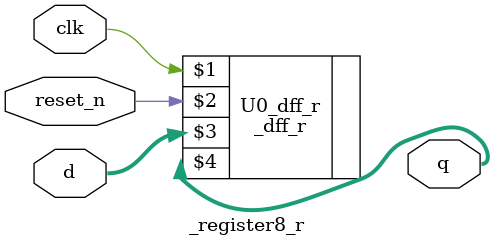
<source format=v>
module _register8_r(clk, reset_n, d, q);
  // 8-bit register with asynchronous reset
  input clk, reset_n;  // Clock and active-low reset signals
  input [7:0] d;       // 8-bit data input
  output [7:0] q;      // 8-bit data output

  // Instantiate D flip-flop module with reset
  _dff_r U0_dff_r(clk, reset_n, d, q);
endmodule

</source>
